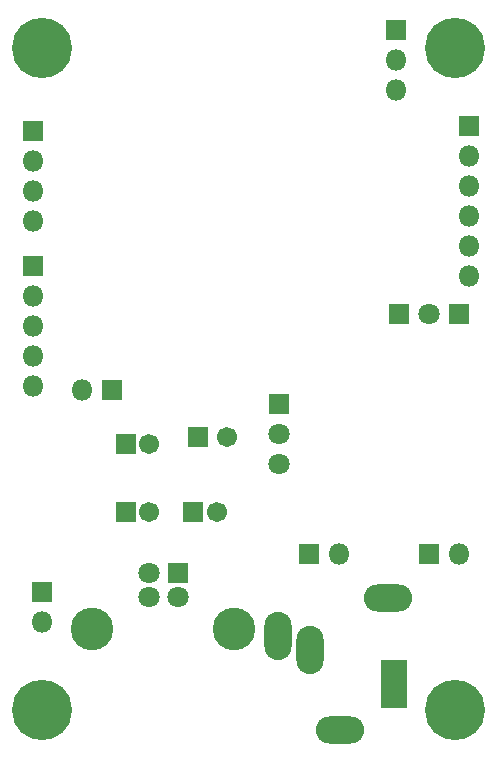
<source format=gbr>
G04 #@! TF.GenerationSoftware,KiCad,Pcbnew,(5.1.5)-3*
G04 #@! TF.CreationDate,2020-02-22T17:46:18+01:00*
G04 #@! TF.ProjectId,Breakoutboard,42726561-6b6f-4757-9462-6f6172642e6b,rev?*
G04 #@! TF.SameCoordinates,Original*
G04 #@! TF.FileFunction,Soldermask,Bot*
G04 #@! TF.FilePolarity,Negative*
%FSLAX46Y46*%
G04 Gerber Fmt 4.6, Leading zero omitted, Abs format (unit mm)*
G04 Created by KiCad (PCBNEW (5.1.5)-3) date 2020-02-22 17:46:18*
%MOMM*%
%LPD*%
G04 APERTURE LIST*
%ADD10R,1.801600X1.801600*%
%ADD11O,1.801600X1.801600*%
%ADD12C,5.101600*%
%ADD13C,1.801600*%
%ADD14C,1.701600*%
%ADD15R,1.701600X1.701600*%
%ADD16C,3.601600*%
%ADD17R,2.301600X4.101600*%
%ADD18O,4.101600X2.301600*%
%ADD19O,2.301600X4.101600*%
G04 APERTURE END LIST*
D10*
X169116000Y-69596000D03*
D11*
X169116000Y-72136000D03*
X169116000Y-74676000D03*
X169116000Y-77216000D03*
X169116000Y-79756000D03*
X169116000Y-82296000D03*
D10*
X163000000Y-61460000D03*
D11*
X163000000Y-64000000D03*
X163000000Y-66540000D03*
D12*
X168000000Y-119000000D03*
X168000000Y-63000000D03*
X133000000Y-119000000D03*
X133000000Y-63000000D03*
D10*
X155650000Y-105810000D03*
D11*
X158190000Y-105810000D03*
D10*
X165810000Y-105810000D03*
D11*
X168350000Y-105810000D03*
D13*
X153110000Y-98190000D03*
X153110000Y-95650000D03*
D10*
X153110000Y-93110000D03*
D13*
X165810000Y-85490000D03*
D10*
X168350000Y-85490000D03*
X163270000Y-85490000D03*
D14*
X147796000Y-102235000D03*
D15*
X145796000Y-102235000D03*
X140081000Y-102235000D03*
D14*
X142081000Y-102235000D03*
D15*
X140081000Y-96520000D03*
D14*
X142081000Y-96520000D03*
D15*
X146177000Y-95885000D03*
D14*
X148677000Y-95885000D03*
D10*
X132210000Y-69970000D03*
D11*
X132210000Y-72510000D03*
X132210000Y-75050000D03*
X132210000Y-77590000D03*
D10*
X132210000Y-81400000D03*
D11*
X132210000Y-83940000D03*
X132210000Y-86480000D03*
X132210000Y-89020000D03*
X132210000Y-91560000D03*
D10*
X144526000Y-107442000D03*
D13*
X142026000Y-107442000D03*
X142026000Y-109442000D03*
X144526000Y-109442000D03*
D16*
X149296000Y-112152000D03*
X137256000Y-112152000D03*
D10*
X138938000Y-91948000D03*
D11*
X136398000Y-91948000D03*
D10*
X133000000Y-109000000D03*
D11*
X133000000Y-111540000D03*
D17*
X162814000Y-116840000D03*
D18*
X162314000Y-109540000D03*
D19*
X155714000Y-113940000D03*
X153014000Y-112740000D03*
D18*
X158214000Y-120740000D03*
M02*

</source>
